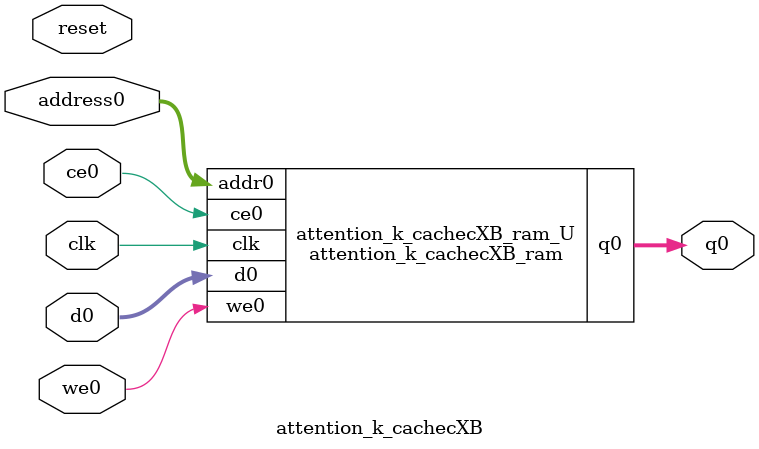
<source format=v>
`timescale 1 ns / 1 ps
module attention_k_cachecXB_ram (addr0, ce0, d0, we0, q0,  clk);

parameter DWIDTH = 38;
parameter AWIDTH = 12;
parameter MEM_SIZE = 2304;

input[AWIDTH-1:0] addr0;
input ce0;
input[DWIDTH-1:0] d0;
input we0;
output reg[DWIDTH-1:0] q0;
input clk;

(* ram_style = "block" *)reg [DWIDTH-1:0] ram[0:MEM_SIZE-1];




always @(posedge clk)  
begin 
    if (ce0) begin
        if (we0) 
            ram[addr0] <= d0; 
        q0 <= ram[addr0];
    end
end


endmodule

`timescale 1 ns / 1 ps
module attention_k_cachecXB(
    reset,
    clk,
    address0,
    ce0,
    we0,
    d0,
    q0);

parameter DataWidth = 32'd38;
parameter AddressRange = 32'd2304;
parameter AddressWidth = 32'd12;
input reset;
input clk;
input[AddressWidth - 1:0] address0;
input ce0;
input we0;
input[DataWidth - 1:0] d0;
output[DataWidth - 1:0] q0;



attention_k_cachecXB_ram attention_k_cachecXB_ram_U(
    .clk( clk ),
    .addr0( address0 ),
    .ce0( ce0 ),
    .we0( we0 ),
    .d0( d0 ),
    .q0( q0 ));

endmodule


</source>
